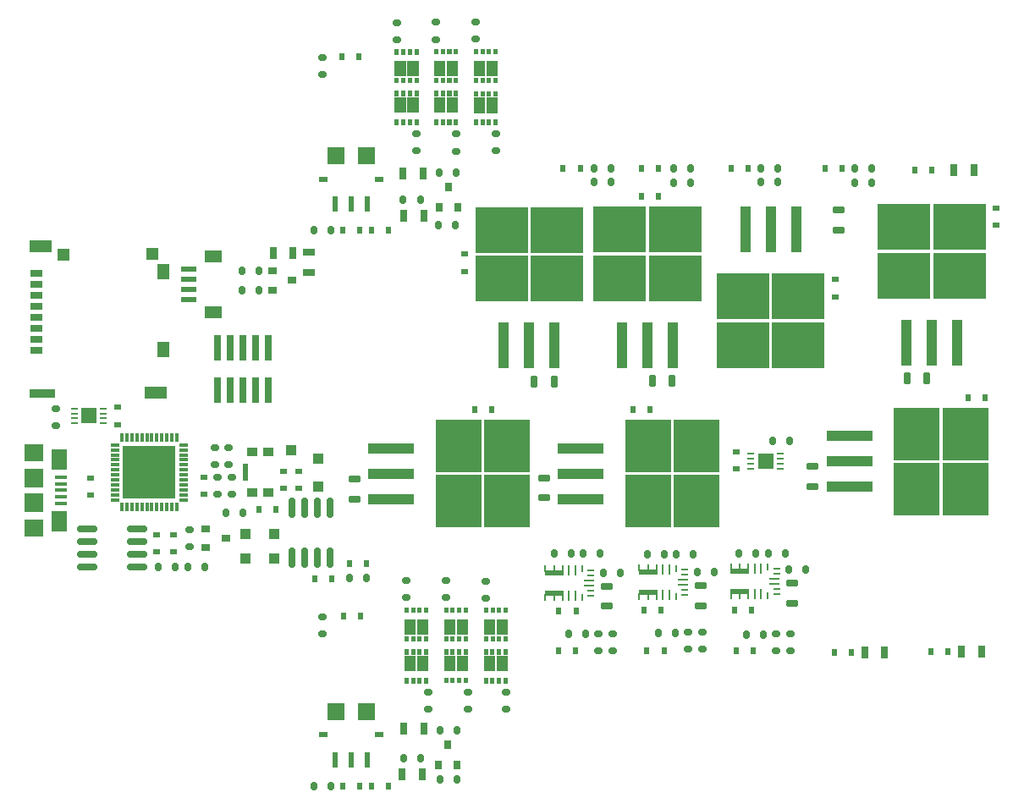
<source format=gbr>
%TF.GenerationSoftware,KiCad,Pcbnew,(6.0.10-0)*%
%TF.CreationDate,2023-03-03T19:39:16-08:00*%
%TF.ProjectId,1.0,312e302e-6b69-4636-9164-5f7063625858,rev?*%
%TF.SameCoordinates,Original*%
%TF.FileFunction,Paste,Top*%
%TF.FilePolarity,Positive*%
%FSLAX46Y46*%
G04 Gerber Fmt 4.6, Leading zero omitted, Abs format (unit mm)*
G04 Created by KiCad (PCBNEW (6.0.10-0)) date 2023-03-03 19:39:16*
%MOMM*%
%LPD*%
G01*
G04 APERTURE LIST*
G04 Aperture macros list*
%AMRoundRect*
0 Rectangle with rounded corners*
0 $1 Rounding radius*
0 $2 $3 $4 $5 $6 $7 $8 $9 X,Y pos of 4 corners*
0 Add a 4 corners polygon primitive as box body*
4,1,4,$2,$3,$4,$5,$6,$7,$8,$9,$2,$3,0*
0 Add four circle primitives for the rounded corners*
1,1,$1+$1,$2,$3*
1,1,$1+$1,$4,$5*
1,1,$1+$1,$6,$7*
1,1,$1+$1,$8,$9*
0 Add four rect primitives between the rounded corners*
20,1,$1+$1,$2,$3,$4,$5,0*
20,1,$1+$1,$4,$5,$6,$7,0*
20,1,$1+$1,$6,$7,$8,$9,0*
20,1,$1+$1,$8,$9,$2,$3,0*%
G04 Aperture macros list end*
%ADD10C,0.010000*%
%ADD11R,0.600000X0.800000*%
%ADD12RoundRect,0.150000X-0.250000X0.150000X-0.250000X-0.150000X0.250000X-0.150000X0.250000X0.150000X0*%
%ADD13R,0.800000X0.600000*%
%ADD14R,0.700000X1.200000*%
%ADD15R,1.100000X1.100000*%
%ADD16RoundRect,0.150000X0.150000X0.250000X-0.150000X0.250000X-0.150000X-0.250000X0.150000X-0.250000X0*%
%ADD17RoundRect,0.175000X0.425000X-0.175000X0.425000X0.175000X-0.425000X0.175000X-0.425000X-0.175000X0*%
%ADD18R,1.800000X1.200000*%
%ADD19R,1.550000X0.600000*%
%ADD20RoundRect,0.175000X-0.425000X0.175000X-0.425000X-0.175000X0.425000X-0.175000X0.425000X0.175000X0*%
%ADD21R,0.900000X0.800000*%
%ADD22R,1.100000X4.600000*%
%ADD23R,5.250000X4.550000*%
%ADD24R,0.500000X1.600000*%
%ADD25R,0.900000X0.600000*%
%ADD26R,1.800000X1.700000*%
%ADD27RoundRect,0.150000X-0.150000X-0.250000X0.150000X-0.250000X0.150000X0.250000X-0.150000X0.250000X0*%
%ADD28R,0.800000X0.900000*%
%ADD29RoundRect,0.150000X0.250000X-0.150000X0.250000X0.150000X-0.250000X0.150000X-0.250000X-0.150000X0*%
%ADD30RoundRect,0.175000X0.175000X0.425000X-0.175000X0.425000X-0.175000X-0.425000X0.175000X-0.425000X0*%
%ADD31R,0.760000X2.600000*%
%ADD32R,1.000000X0.900000*%
%ADD33R,0.550000X1.700000*%
%ADD34R,1.000000X1.000000*%
%ADD35R,0.850000X0.300000*%
%ADD36R,0.300000X0.850000*%
%ADD37R,5.250000X5.250000*%
%ADD38R,4.600000X1.100000*%
%ADD39R,4.550000X5.250000*%
%ADD40R,0.757199X0.254800*%
%ADD41R,1.600200X1.600200*%
%ADD42RoundRect,0.150000X0.825000X0.150000X-0.825000X0.150000X-0.825000X-0.150000X0.825000X-0.150000X0*%
%ADD43R,0.250000X0.800000*%
%ADD44R,0.250000X1.100000*%
%ADD45R,1.950000X0.600000*%
%ADD46R,0.250000X0.700000*%
%ADD47R,0.700000X0.250000*%
%ADD48R,1.100000X0.250000*%
%ADD49R,1.200000X0.700000*%
%ADD50R,2.200000X1.150000*%
%ADD51R,1.150000X1.500000*%
%ADD52R,2.500000X0.950000*%
%ADD53R,1.240000X0.800000*%
%ADD54R,1.250000X1.250000*%
%ADD55R,1.200000X1.200000*%
%ADD56R,1.900000X1.800000*%
%ADD57R,1.900000X1.900000*%
%ADD58R,1.600000X2.100000*%
%ADD59R,1.300000X0.400000*%
%ADD60RoundRect,0.150000X-0.150000X0.825000X-0.150000X-0.825000X0.150000X-0.825000X0.150000X0.825000X0*%
G04 APERTURE END LIST*
%TO.C,Q10*%
G36*
X188945000Y-111547500D02*
G01*
X188605000Y-111547500D01*
X188605000Y-111097500D01*
X188945000Y-111097500D01*
X188945000Y-111547500D01*
G37*
D10*
X188945000Y-111547500D02*
X188605000Y-111547500D01*
X188605000Y-111097500D01*
X188945000Y-111097500D01*
X188945000Y-111547500D01*
G36*
X189595000Y-108677500D02*
G01*
X189255000Y-108677500D01*
X189255000Y-108227500D01*
X189595000Y-108227500D01*
X189595000Y-108677500D01*
G37*
X189595000Y-108677500D02*
X189255000Y-108677500D01*
X189255000Y-108227500D01*
X189595000Y-108227500D01*
X189595000Y-108677500D01*
G36*
X188945000Y-108677500D02*
G01*
X188605000Y-108677500D01*
X188605000Y-108227500D01*
X188945000Y-108227500D01*
X188945000Y-108677500D01*
G37*
X188945000Y-108677500D02*
X188605000Y-108677500D01*
X188605000Y-108227500D01*
X188945000Y-108227500D01*
X188945000Y-108677500D01*
G36*
X189595000Y-111547500D02*
G01*
X189255000Y-111547500D01*
X189255000Y-111097500D01*
X189595000Y-111097500D01*
X189595000Y-111547500D01*
G37*
X189595000Y-111547500D02*
X189255000Y-111547500D01*
X189255000Y-111097500D01*
X189595000Y-111097500D01*
X189595000Y-111547500D01*
G36*
X189625000Y-110347500D02*
G01*
X188605000Y-110347500D01*
X188605000Y-108902500D01*
X189625000Y-108902500D01*
X189625000Y-110347500D01*
G37*
X189625000Y-110347500D02*
X188605000Y-110347500D01*
X188605000Y-108902500D01*
X189625000Y-108902500D01*
X189625000Y-110347500D01*
G36*
X190895000Y-111547500D02*
G01*
X190555000Y-111547500D01*
X190555000Y-111097500D01*
X190895000Y-111097500D01*
X190895000Y-111547500D01*
G37*
X190895000Y-111547500D02*
X190555000Y-111547500D01*
X190555000Y-111097500D01*
X190895000Y-111097500D01*
X190895000Y-111547500D01*
G36*
X190245000Y-111547500D02*
G01*
X189905000Y-111547500D01*
X189905000Y-111097500D01*
X190245000Y-111097500D01*
X190245000Y-111547500D01*
G37*
X190245000Y-111547500D02*
X189905000Y-111547500D01*
X189905000Y-111097500D01*
X190245000Y-111097500D01*
X190245000Y-111547500D01*
G36*
X190895000Y-110347500D02*
G01*
X189875000Y-110347500D01*
X189875000Y-108902500D01*
X190895000Y-108902500D01*
X190895000Y-110347500D01*
G37*
X190895000Y-110347500D02*
X189875000Y-110347500D01*
X189875000Y-108902500D01*
X190895000Y-108902500D01*
X190895000Y-110347500D01*
G36*
X190895000Y-108677500D02*
G01*
X190555000Y-108677500D01*
X190555000Y-108227500D01*
X190895000Y-108227500D01*
X190895000Y-108677500D01*
G37*
X190895000Y-108677500D02*
X190555000Y-108677500D01*
X190555000Y-108227500D01*
X190895000Y-108227500D01*
X190895000Y-108677500D01*
G36*
X190245000Y-108677500D02*
G01*
X189905000Y-108677500D01*
X189905000Y-108227500D01*
X190245000Y-108227500D01*
X190245000Y-108677500D01*
G37*
X190245000Y-108677500D02*
X189905000Y-108677500D01*
X189905000Y-108227500D01*
X190245000Y-108227500D01*
X190245000Y-108677500D01*
%TO.C,Q13*%
G36*
X198550000Y-162585000D02*
G01*
X197530000Y-162585000D01*
X197530000Y-161140000D01*
X198550000Y-161140000D01*
X198550000Y-162585000D01*
G37*
X198550000Y-162585000D02*
X197530000Y-162585000D01*
X197530000Y-161140000D01*
X198550000Y-161140000D01*
X198550000Y-162585000D01*
G36*
X199820000Y-163260000D02*
G01*
X199480000Y-163260000D01*
X199480000Y-162810000D01*
X199820000Y-162810000D01*
X199820000Y-163260000D01*
G37*
X199820000Y-163260000D02*
X199480000Y-163260000D01*
X199480000Y-162810000D01*
X199820000Y-162810000D01*
X199820000Y-163260000D01*
G36*
X199170000Y-163260000D02*
G01*
X198830000Y-163260000D01*
X198830000Y-162810000D01*
X199170000Y-162810000D01*
X199170000Y-163260000D01*
G37*
X199170000Y-163260000D02*
X198830000Y-163260000D01*
X198830000Y-162810000D01*
X199170000Y-162810000D01*
X199170000Y-163260000D01*
G36*
X197870000Y-160390000D02*
G01*
X197530000Y-160390000D01*
X197530000Y-159940000D01*
X197870000Y-159940000D01*
X197870000Y-160390000D01*
G37*
X197870000Y-160390000D02*
X197530000Y-160390000D01*
X197530000Y-159940000D01*
X197870000Y-159940000D01*
X197870000Y-160390000D01*
G36*
X199170000Y-160390000D02*
G01*
X198830000Y-160390000D01*
X198830000Y-159940000D01*
X199170000Y-159940000D01*
X199170000Y-160390000D01*
G37*
X199170000Y-160390000D02*
X198830000Y-160390000D01*
X198830000Y-159940000D01*
X199170000Y-159940000D01*
X199170000Y-160390000D01*
G36*
X198520000Y-163260000D02*
G01*
X198180000Y-163260000D01*
X198180000Y-162810000D01*
X198520000Y-162810000D01*
X198520000Y-163260000D01*
G37*
X198520000Y-163260000D02*
X198180000Y-163260000D01*
X198180000Y-162810000D01*
X198520000Y-162810000D01*
X198520000Y-163260000D01*
G36*
X199820000Y-160390000D02*
G01*
X199480000Y-160390000D01*
X199480000Y-159940000D01*
X199820000Y-159940000D01*
X199820000Y-160390000D01*
G37*
X199820000Y-160390000D02*
X199480000Y-160390000D01*
X199480000Y-159940000D01*
X199820000Y-159940000D01*
X199820000Y-160390000D01*
G36*
X198520000Y-160390000D02*
G01*
X198180000Y-160390000D01*
X198180000Y-159940000D01*
X198520000Y-159940000D01*
X198520000Y-160390000D01*
G37*
X198520000Y-160390000D02*
X198180000Y-160390000D01*
X198180000Y-159940000D01*
X198520000Y-159940000D01*
X198520000Y-160390000D01*
G36*
X199820000Y-162585000D02*
G01*
X198800000Y-162585000D01*
X198800000Y-161140000D01*
X199820000Y-161140000D01*
X199820000Y-162585000D01*
G37*
X199820000Y-162585000D02*
X198800000Y-162585000D01*
X198800000Y-161140000D01*
X199820000Y-161140000D01*
X199820000Y-162585000D01*
G36*
X197870000Y-163260000D02*
G01*
X197530000Y-163260000D01*
X197530000Y-162810000D01*
X197870000Y-162810000D01*
X197870000Y-163260000D01*
G37*
X197870000Y-163260000D02*
X197530000Y-163260000D01*
X197530000Y-162810000D01*
X197870000Y-162810000D01*
X197870000Y-163260000D01*
%TO.C,Q14*%
G36*
X198495000Y-164555000D02*
G01*
X198155000Y-164555000D01*
X198155000Y-164105000D01*
X198495000Y-164105000D01*
X198495000Y-164555000D01*
G37*
X198495000Y-164555000D02*
X198155000Y-164555000D01*
X198155000Y-164105000D01*
X198495000Y-164105000D01*
X198495000Y-164555000D01*
G36*
X199795000Y-166225000D02*
G01*
X198775000Y-166225000D01*
X198775000Y-164780000D01*
X199795000Y-164780000D01*
X199795000Y-166225000D01*
G37*
X199795000Y-166225000D02*
X198775000Y-166225000D01*
X198775000Y-164780000D01*
X199795000Y-164780000D01*
X199795000Y-166225000D01*
G36*
X197845000Y-164555000D02*
G01*
X197505000Y-164555000D01*
X197505000Y-164105000D01*
X197845000Y-164105000D01*
X197845000Y-164555000D01*
G37*
X197845000Y-164555000D02*
X197505000Y-164555000D01*
X197505000Y-164105000D01*
X197845000Y-164105000D01*
X197845000Y-164555000D01*
G36*
X199145000Y-167425000D02*
G01*
X198805000Y-167425000D01*
X198805000Y-166975000D01*
X199145000Y-166975000D01*
X199145000Y-167425000D01*
G37*
X199145000Y-167425000D02*
X198805000Y-167425000D01*
X198805000Y-166975000D01*
X199145000Y-166975000D01*
X199145000Y-167425000D01*
G36*
X199795000Y-167425000D02*
G01*
X199455000Y-167425000D01*
X199455000Y-166975000D01*
X199795000Y-166975000D01*
X199795000Y-167425000D01*
G37*
X199795000Y-167425000D02*
X199455000Y-167425000D01*
X199455000Y-166975000D01*
X199795000Y-166975000D01*
X199795000Y-167425000D01*
G36*
X199795000Y-164555000D02*
G01*
X199455000Y-164555000D01*
X199455000Y-164105000D01*
X199795000Y-164105000D01*
X199795000Y-164555000D01*
G37*
X199795000Y-164555000D02*
X199455000Y-164555000D01*
X199455000Y-164105000D01*
X199795000Y-164105000D01*
X199795000Y-164555000D01*
G36*
X198495000Y-167425000D02*
G01*
X198155000Y-167425000D01*
X198155000Y-166975000D01*
X198495000Y-166975000D01*
X198495000Y-167425000D01*
G37*
X198495000Y-167425000D02*
X198155000Y-167425000D01*
X198155000Y-166975000D01*
X198495000Y-166975000D01*
X198495000Y-167425000D01*
G36*
X199145000Y-164555000D02*
G01*
X198805000Y-164555000D01*
X198805000Y-164105000D01*
X199145000Y-164105000D01*
X199145000Y-164555000D01*
G37*
X199145000Y-164555000D02*
X198805000Y-164555000D01*
X198805000Y-164105000D01*
X199145000Y-164105000D01*
X199145000Y-164555000D01*
G36*
X197845000Y-167425000D02*
G01*
X197505000Y-167425000D01*
X197505000Y-166975000D01*
X197845000Y-166975000D01*
X197845000Y-167425000D01*
G37*
X197845000Y-167425000D02*
X197505000Y-167425000D01*
X197505000Y-166975000D01*
X197845000Y-166975000D01*
X197845000Y-167425000D01*
G36*
X198525000Y-166225000D02*
G01*
X197505000Y-166225000D01*
X197505000Y-164780000D01*
X198525000Y-164780000D01*
X198525000Y-166225000D01*
G37*
X198525000Y-166225000D02*
X197505000Y-166225000D01*
X197505000Y-164780000D01*
X198525000Y-164780000D01*
X198525000Y-166225000D01*
%TO.C,Q15*%
G36*
X198820000Y-108690000D02*
G01*
X198480000Y-108690000D01*
X198480000Y-108240000D01*
X198820000Y-108240000D01*
X198820000Y-108690000D01*
G37*
X198820000Y-108690000D02*
X198480000Y-108690000D01*
X198480000Y-108240000D01*
X198820000Y-108240000D01*
X198820000Y-108690000D01*
G36*
X196870000Y-108690000D02*
G01*
X196530000Y-108690000D01*
X196530000Y-108240000D01*
X196870000Y-108240000D01*
X196870000Y-108690000D01*
G37*
X196870000Y-108690000D02*
X196530000Y-108690000D01*
X196530000Y-108240000D01*
X196870000Y-108240000D01*
X196870000Y-108690000D01*
G36*
X197550000Y-110360000D02*
G01*
X196530000Y-110360000D01*
X196530000Y-108915000D01*
X197550000Y-108915000D01*
X197550000Y-110360000D01*
G37*
X197550000Y-110360000D02*
X196530000Y-110360000D01*
X196530000Y-108915000D01*
X197550000Y-108915000D01*
X197550000Y-110360000D01*
G36*
X196870000Y-111560000D02*
G01*
X196530000Y-111560000D01*
X196530000Y-111110000D01*
X196870000Y-111110000D01*
X196870000Y-111560000D01*
G37*
X196870000Y-111560000D02*
X196530000Y-111560000D01*
X196530000Y-111110000D01*
X196870000Y-111110000D01*
X196870000Y-111560000D01*
G36*
X198170000Y-111560000D02*
G01*
X197830000Y-111560000D01*
X197830000Y-111110000D01*
X198170000Y-111110000D01*
X198170000Y-111560000D01*
G37*
X198170000Y-111560000D02*
X197830000Y-111560000D01*
X197830000Y-111110000D01*
X198170000Y-111110000D01*
X198170000Y-111560000D01*
G36*
X198820000Y-111560000D02*
G01*
X198480000Y-111560000D01*
X198480000Y-111110000D01*
X198820000Y-111110000D01*
X198820000Y-111560000D01*
G37*
X198820000Y-111560000D02*
X198480000Y-111560000D01*
X198480000Y-111110000D01*
X198820000Y-111110000D01*
X198820000Y-111560000D01*
G36*
X197520000Y-111560000D02*
G01*
X197180000Y-111560000D01*
X197180000Y-111110000D01*
X197520000Y-111110000D01*
X197520000Y-111560000D01*
G37*
X197520000Y-111560000D02*
X197180000Y-111560000D01*
X197180000Y-111110000D01*
X197520000Y-111110000D01*
X197520000Y-111560000D01*
G36*
X197520000Y-108690000D02*
G01*
X197180000Y-108690000D01*
X197180000Y-108240000D01*
X197520000Y-108240000D01*
X197520000Y-108690000D01*
G37*
X197520000Y-108690000D02*
X197180000Y-108690000D01*
X197180000Y-108240000D01*
X197520000Y-108240000D01*
X197520000Y-108690000D01*
G36*
X198170000Y-108690000D02*
G01*
X197830000Y-108690000D01*
X197830000Y-108240000D01*
X198170000Y-108240000D01*
X198170000Y-108690000D01*
G37*
X198170000Y-108690000D02*
X197830000Y-108690000D01*
X197830000Y-108240000D01*
X198170000Y-108240000D01*
X198170000Y-108690000D01*
G36*
X198820000Y-110360000D02*
G01*
X197800000Y-110360000D01*
X197800000Y-108915000D01*
X198820000Y-108915000D01*
X198820000Y-110360000D01*
G37*
X198820000Y-110360000D02*
X197800000Y-110360000D01*
X197800000Y-108915000D01*
X198820000Y-108915000D01*
X198820000Y-110360000D01*
%TO.C,Q12*%
G36*
X193545000Y-107372500D02*
G01*
X193205000Y-107372500D01*
X193205000Y-106922500D01*
X193545000Y-106922500D01*
X193545000Y-107372500D01*
G37*
X193545000Y-107372500D02*
X193205000Y-107372500D01*
X193205000Y-106922500D01*
X193545000Y-106922500D01*
X193545000Y-107372500D01*
G36*
X194195000Y-107372500D02*
G01*
X193855000Y-107372500D01*
X193855000Y-106922500D01*
X194195000Y-106922500D01*
X194195000Y-107372500D01*
G37*
X194195000Y-107372500D02*
X193855000Y-107372500D01*
X193855000Y-106922500D01*
X194195000Y-106922500D01*
X194195000Y-107372500D01*
G36*
X194845000Y-106697500D02*
G01*
X193825000Y-106697500D01*
X193825000Y-105252500D01*
X194845000Y-105252500D01*
X194845000Y-106697500D01*
G37*
X194845000Y-106697500D02*
X193825000Y-106697500D01*
X193825000Y-105252500D01*
X194845000Y-105252500D01*
X194845000Y-106697500D01*
G36*
X194845000Y-104502500D02*
G01*
X194505000Y-104502500D01*
X194505000Y-104052500D01*
X194845000Y-104052500D01*
X194845000Y-104502500D01*
G37*
X194845000Y-104502500D02*
X194505000Y-104502500D01*
X194505000Y-104052500D01*
X194845000Y-104052500D01*
X194845000Y-104502500D01*
G36*
X193545000Y-104502500D02*
G01*
X193205000Y-104502500D01*
X193205000Y-104052500D01*
X193545000Y-104052500D01*
X193545000Y-104502500D01*
G37*
X193545000Y-104502500D02*
X193205000Y-104502500D01*
X193205000Y-104052500D01*
X193545000Y-104052500D01*
X193545000Y-104502500D01*
G36*
X192895000Y-107372500D02*
G01*
X192555000Y-107372500D01*
X192555000Y-106922500D01*
X192895000Y-106922500D01*
X192895000Y-107372500D01*
G37*
X192895000Y-107372500D02*
X192555000Y-107372500D01*
X192555000Y-106922500D01*
X192895000Y-106922500D01*
X192895000Y-107372500D01*
G36*
X194845000Y-107372500D02*
G01*
X194505000Y-107372500D01*
X194505000Y-106922500D01*
X194845000Y-106922500D01*
X194845000Y-107372500D01*
G37*
X194845000Y-107372500D02*
X194505000Y-107372500D01*
X194505000Y-106922500D01*
X194845000Y-106922500D01*
X194845000Y-107372500D01*
G36*
X193575000Y-106697500D02*
G01*
X192555000Y-106697500D01*
X192555000Y-105252500D01*
X193575000Y-105252500D01*
X193575000Y-106697500D01*
G37*
X193575000Y-106697500D02*
X192555000Y-106697500D01*
X192555000Y-105252500D01*
X193575000Y-105252500D01*
X193575000Y-106697500D01*
G36*
X194195000Y-104502500D02*
G01*
X193855000Y-104502500D01*
X193855000Y-104052500D01*
X194195000Y-104052500D01*
X194195000Y-104502500D01*
G37*
X194195000Y-104502500D02*
X193855000Y-104502500D01*
X193855000Y-104052500D01*
X194195000Y-104052500D01*
X194195000Y-104502500D01*
G36*
X192895000Y-104502500D02*
G01*
X192555000Y-104502500D01*
X192555000Y-104052500D01*
X192895000Y-104052500D01*
X192895000Y-104502500D01*
G37*
X192895000Y-104502500D02*
X192555000Y-104502500D01*
X192555000Y-104052500D01*
X192895000Y-104052500D01*
X192895000Y-104502500D01*
%TO.C,Q3*%
G36*
X195170000Y-163247500D02*
G01*
X194830000Y-163247500D01*
X194830000Y-162797500D01*
X195170000Y-162797500D01*
X195170000Y-163247500D01*
G37*
X195170000Y-163247500D02*
X194830000Y-163247500D01*
X194830000Y-162797500D01*
X195170000Y-162797500D01*
X195170000Y-163247500D01*
G36*
X195170000Y-160377500D02*
G01*
X194830000Y-160377500D01*
X194830000Y-159927500D01*
X195170000Y-159927500D01*
X195170000Y-160377500D01*
G37*
X195170000Y-160377500D02*
X194830000Y-160377500D01*
X194830000Y-159927500D01*
X195170000Y-159927500D01*
X195170000Y-160377500D01*
G36*
X194520000Y-160377500D02*
G01*
X194180000Y-160377500D01*
X194180000Y-159927500D01*
X194520000Y-159927500D01*
X194520000Y-160377500D01*
G37*
X194520000Y-160377500D02*
X194180000Y-160377500D01*
X194180000Y-159927500D01*
X194520000Y-159927500D01*
X194520000Y-160377500D01*
G36*
X193870000Y-163247500D02*
G01*
X193530000Y-163247500D01*
X193530000Y-162797500D01*
X193870000Y-162797500D01*
X193870000Y-163247500D01*
G37*
X193870000Y-163247500D02*
X193530000Y-163247500D01*
X193530000Y-162797500D01*
X193870000Y-162797500D01*
X193870000Y-163247500D01*
G36*
X195820000Y-162572500D02*
G01*
X194800000Y-162572500D01*
X194800000Y-161127500D01*
X195820000Y-161127500D01*
X195820000Y-162572500D01*
G37*
X195820000Y-162572500D02*
X194800000Y-162572500D01*
X194800000Y-161127500D01*
X195820000Y-161127500D01*
X195820000Y-162572500D01*
G36*
X194550000Y-162572500D02*
G01*
X193530000Y-162572500D01*
X193530000Y-161127500D01*
X194550000Y-161127500D01*
X194550000Y-162572500D01*
G37*
X194550000Y-162572500D02*
X193530000Y-162572500D01*
X193530000Y-161127500D01*
X194550000Y-161127500D01*
X194550000Y-162572500D01*
G36*
X193870000Y-160377500D02*
G01*
X193530000Y-160377500D01*
X193530000Y-159927500D01*
X193870000Y-159927500D01*
X193870000Y-160377500D01*
G37*
X193870000Y-160377500D02*
X193530000Y-160377500D01*
X193530000Y-159927500D01*
X193870000Y-159927500D01*
X193870000Y-160377500D01*
G36*
X194520000Y-163247500D02*
G01*
X194180000Y-163247500D01*
X194180000Y-162797500D01*
X194520000Y-162797500D01*
X194520000Y-163247500D01*
G37*
X194520000Y-163247500D02*
X194180000Y-163247500D01*
X194180000Y-162797500D01*
X194520000Y-162797500D01*
X194520000Y-163247500D01*
G36*
X195820000Y-163247500D02*
G01*
X195480000Y-163247500D01*
X195480000Y-162797500D01*
X195820000Y-162797500D01*
X195820000Y-163247500D01*
G37*
X195820000Y-163247500D02*
X195480000Y-163247500D01*
X195480000Y-162797500D01*
X195820000Y-162797500D01*
X195820000Y-163247500D01*
G36*
X195820000Y-160377500D02*
G01*
X195480000Y-160377500D01*
X195480000Y-159927500D01*
X195820000Y-159927500D01*
X195820000Y-160377500D01*
G37*
X195820000Y-160377500D02*
X195480000Y-160377500D01*
X195480000Y-159927500D01*
X195820000Y-159927500D01*
X195820000Y-160377500D01*
%TO.C,Q4*%
G36*
X191870000Y-162572500D02*
G01*
X190850000Y-162572500D01*
X190850000Y-161127500D01*
X191870000Y-161127500D01*
X191870000Y-162572500D01*
G37*
X191870000Y-162572500D02*
X190850000Y-162572500D01*
X190850000Y-161127500D01*
X191870000Y-161127500D01*
X191870000Y-162572500D01*
G36*
X190570000Y-163247500D02*
G01*
X190230000Y-163247500D01*
X190230000Y-162797500D01*
X190570000Y-162797500D01*
X190570000Y-163247500D01*
G37*
X190570000Y-163247500D02*
X190230000Y-163247500D01*
X190230000Y-162797500D01*
X190570000Y-162797500D01*
X190570000Y-163247500D01*
G36*
X190600000Y-162572500D02*
G01*
X189580000Y-162572500D01*
X189580000Y-161127500D01*
X190600000Y-161127500D01*
X190600000Y-162572500D01*
G37*
X190600000Y-162572500D02*
X189580000Y-162572500D01*
X189580000Y-161127500D01*
X190600000Y-161127500D01*
X190600000Y-162572500D01*
G36*
X191870000Y-160377500D02*
G01*
X191530000Y-160377500D01*
X191530000Y-159927500D01*
X191870000Y-159927500D01*
X191870000Y-160377500D01*
G37*
X191870000Y-160377500D02*
X191530000Y-160377500D01*
X191530000Y-159927500D01*
X191870000Y-159927500D01*
X191870000Y-160377500D01*
G36*
X191870000Y-163247500D02*
G01*
X191530000Y-163247500D01*
X191530000Y-162797500D01*
X191870000Y-162797500D01*
X191870000Y-163247500D01*
G37*
X191870000Y-163247500D02*
X191530000Y-163247500D01*
X191530000Y-162797500D01*
X191870000Y-162797500D01*
X191870000Y-163247500D01*
G36*
X191220000Y-163247500D02*
G01*
X190880000Y-163247500D01*
X190880000Y-162797500D01*
X191220000Y-162797500D01*
X191220000Y-163247500D01*
G37*
X191220000Y-163247500D02*
X190880000Y-163247500D01*
X190880000Y-162797500D01*
X191220000Y-162797500D01*
X191220000Y-163247500D01*
G36*
X189920000Y-160377500D02*
G01*
X189580000Y-160377500D01*
X189580000Y-159927500D01*
X189920000Y-159927500D01*
X189920000Y-160377500D01*
G37*
X189920000Y-160377500D02*
X189580000Y-160377500D01*
X189580000Y-159927500D01*
X189920000Y-159927500D01*
X189920000Y-160377500D01*
G36*
X191220000Y-160377500D02*
G01*
X190880000Y-160377500D01*
X190880000Y-159927500D01*
X191220000Y-159927500D01*
X191220000Y-160377500D01*
G37*
X191220000Y-160377500D02*
X190880000Y-160377500D01*
X190880000Y-159927500D01*
X191220000Y-159927500D01*
X191220000Y-160377500D01*
G36*
X189920000Y-163247500D02*
G01*
X189580000Y-163247500D01*
X189580000Y-162797500D01*
X189920000Y-162797500D01*
X189920000Y-163247500D01*
G37*
X189920000Y-163247500D02*
X189580000Y-163247500D01*
X189580000Y-162797500D01*
X189920000Y-162797500D01*
X189920000Y-163247500D01*
G36*
X190570000Y-160377500D02*
G01*
X190230000Y-160377500D01*
X190230000Y-159927500D01*
X190570000Y-159927500D01*
X190570000Y-160377500D01*
G37*
X190570000Y-160377500D02*
X190230000Y-160377500D01*
X190230000Y-159927500D01*
X190570000Y-159927500D01*
X190570000Y-160377500D01*
%TO.C,Q6*%
G36*
X195170000Y-167412500D02*
G01*
X194830000Y-167412500D01*
X194830000Y-166962500D01*
X195170000Y-166962500D01*
X195170000Y-167412500D01*
G37*
X195170000Y-167412500D02*
X194830000Y-167412500D01*
X194830000Y-166962500D01*
X195170000Y-166962500D01*
X195170000Y-167412500D01*
G36*
X195170000Y-164542500D02*
G01*
X194830000Y-164542500D01*
X194830000Y-164092500D01*
X195170000Y-164092500D01*
X195170000Y-164542500D01*
G37*
X195170000Y-164542500D02*
X194830000Y-164542500D01*
X194830000Y-164092500D01*
X195170000Y-164092500D01*
X195170000Y-164542500D01*
G36*
X193870000Y-164542500D02*
G01*
X193530000Y-164542500D01*
X193530000Y-164092500D01*
X193870000Y-164092500D01*
X193870000Y-164542500D01*
G37*
X193870000Y-164542500D02*
X193530000Y-164542500D01*
X193530000Y-164092500D01*
X193870000Y-164092500D01*
X193870000Y-164542500D01*
G36*
X195820000Y-164542500D02*
G01*
X195480000Y-164542500D01*
X195480000Y-164092500D01*
X195820000Y-164092500D01*
X195820000Y-164542500D01*
G37*
X195820000Y-164542500D02*
X195480000Y-164542500D01*
X195480000Y-164092500D01*
X195820000Y-164092500D01*
X195820000Y-164542500D01*
G36*
X194520000Y-164542500D02*
G01*
X194180000Y-164542500D01*
X194180000Y-164092500D01*
X194520000Y-164092500D01*
X194520000Y-164542500D01*
G37*
X194520000Y-164542500D02*
X194180000Y-164542500D01*
X194180000Y-164092500D01*
X194520000Y-164092500D01*
X194520000Y-164542500D01*
G36*
X195820000Y-167412500D02*
G01*
X195480000Y-167412500D01*
X195480000Y-166962500D01*
X195820000Y-166962500D01*
X195820000Y-167412500D01*
G37*
X195820000Y-167412500D02*
X195480000Y-167412500D01*
X195480000Y-166962500D01*
X195820000Y-166962500D01*
X195820000Y-167412500D01*
G36*
X194520000Y-167412500D02*
G01*
X194180000Y-167412500D01*
X194180000Y-166962500D01*
X194520000Y-166962500D01*
X194520000Y-167412500D01*
G37*
X194520000Y-167412500D02*
X194180000Y-167412500D01*
X194180000Y-166962500D01*
X194520000Y-166962500D01*
X194520000Y-167412500D01*
G36*
X194550000Y-166212500D02*
G01*
X193530000Y-166212500D01*
X193530000Y-164767500D01*
X194550000Y-164767500D01*
X194550000Y-166212500D01*
G37*
X194550000Y-166212500D02*
X193530000Y-166212500D01*
X193530000Y-164767500D01*
X194550000Y-164767500D01*
X194550000Y-166212500D01*
G36*
X195820000Y-166212500D02*
G01*
X194800000Y-166212500D01*
X194800000Y-164767500D01*
X195820000Y-164767500D01*
X195820000Y-166212500D01*
G37*
X195820000Y-166212500D02*
X194800000Y-166212500D01*
X194800000Y-164767500D01*
X195820000Y-164767500D01*
X195820000Y-166212500D01*
G36*
X193870000Y-167412500D02*
G01*
X193530000Y-167412500D01*
X193530000Y-166962500D01*
X193870000Y-166962500D01*
X193870000Y-167412500D01*
G37*
X193870000Y-167412500D02*
X193530000Y-167412500D01*
X193530000Y-166962500D01*
X193870000Y-166962500D01*
X193870000Y-167412500D01*
%TO.C,Q16*%
G36*
X198820000Y-106697500D02*
G01*
X197800000Y-106697500D01*
X197800000Y-105252500D01*
X198820000Y-105252500D01*
X198820000Y-106697500D01*
G37*
X198820000Y-106697500D02*
X197800000Y-106697500D01*
X197800000Y-105252500D01*
X198820000Y-105252500D01*
X198820000Y-106697500D01*
G36*
X196870000Y-104502500D02*
G01*
X196530000Y-104502500D01*
X196530000Y-104052500D01*
X196870000Y-104052500D01*
X196870000Y-104502500D01*
G37*
X196870000Y-104502500D02*
X196530000Y-104502500D01*
X196530000Y-104052500D01*
X196870000Y-104052500D01*
X196870000Y-104502500D01*
G36*
X197520000Y-104502500D02*
G01*
X197180000Y-104502500D01*
X197180000Y-104052500D01*
X197520000Y-104052500D01*
X197520000Y-104502500D01*
G37*
X197520000Y-104502500D02*
X197180000Y-104502500D01*
X197180000Y-104052500D01*
X197520000Y-104052500D01*
X197520000Y-104502500D01*
G36*
X197550000Y-106697500D02*
G01*
X196530000Y-106697500D01*
X196530000Y-105252500D01*
X197550000Y-105252500D01*
X197550000Y-106697500D01*
G37*
X197550000Y-106697500D02*
X196530000Y-106697500D01*
X196530000Y-105252500D01*
X197550000Y-105252500D01*
X197550000Y-106697500D01*
G36*
X198170000Y-104502500D02*
G01*
X197830000Y-104502500D01*
X197830000Y-104052500D01*
X198170000Y-104052500D01*
X198170000Y-104502500D01*
G37*
X198170000Y-104502500D02*
X197830000Y-104502500D01*
X197830000Y-104052500D01*
X198170000Y-104052500D01*
X198170000Y-104502500D01*
G36*
X197520000Y-107372500D02*
G01*
X197180000Y-107372500D01*
X197180000Y-106922500D01*
X197520000Y-106922500D01*
X197520000Y-107372500D01*
G37*
X197520000Y-107372500D02*
X197180000Y-107372500D01*
X197180000Y-106922500D01*
X197520000Y-106922500D01*
X197520000Y-107372500D01*
G36*
X196870000Y-107372500D02*
G01*
X196530000Y-107372500D01*
X196530000Y-106922500D01*
X196870000Y-106922500D01*
X196870000Y-107372500D01*
G37*
X196870000Y-107372500D02*
X196530000Y-107372500D01*
X196530000Y-106922500D01*
X196870000Y-106922500D01*
X196870000Y-107372500D01*
G36*
X198170000Y-107372500D02*
G01*
X197830000Y-107372500D01*
X197830000Y-106922500D01*
X198170000Y-106922500D01*
X198170000Y-107372500D01*
G37*
X198170000Y-107372500D02*
X197830000Y-107372500D01*
X197830000Y-106922500D01*
X198170000Y-106922500D01*
X198170000Y-107372500D01*
G36*
X198820000Y-104502500D02*
G01*
X198480000Y-104502500D01*
X198480000Y-104052500D01*
X198820000Y-104052500D01*
X198820000Y-104502500D01*
G37*
X198820000Y-104502500D02*
X198480000Y-104502500D01*
X198480000Y-104052500D01*
X198820000Y-104052500D01*
X198820000Y-104502500D01*
G36*
X198820000Y-107372500D02*
G01*
X198480000Y-107372500D01*
X198480000Y-106922500D01*
X198820000Y-106922500D01*
X198820000Y-107372500D01*
G37*
X198820000Y-107372500D02*
X198480000Y-107372500D01*
X198480000Y-106922500D01*
X198820000Y-106922500D01*
X198820000Y-107372500D01*
%TO.C,Q9*%
G36*
X194845000Y-111547500D02*
G01*
X194505000Y-111547500D01*
X194505000Y-111097500D01*
X194845000Y-111097500D01*
X194845000Y-111547500D01*
G37*
X194845000Y-111547500D02*
X194505000Y-111547500D01*
X194505000Y-111097500D01*
X194845000Y-111097500D01*
X194845000Y-111547500D01*
G36*
X193575000Y-110347500D02*
G01*
X192555000Y-110347500D01*
X192555000Y-108902500D01*
X193575000Y-108902500D01*
X193575000Y-110347500D01*
G37*
X193575000Y-110347500D02*
X192555000Y-110347500D01*
X192555000Y-108902500D01*
X193575000Y-108902500D01*
X193575000Y-110347500D01*
G36*
X192895000Y-108677500D02*
G01*
X192555000Y-108677500D01*
X192555000Y-108227500D01*
X192895000Y-108227500D01*
X192895000Y-108677500D01*
G37*
X192895000Y-108677500D02*
X192555000Y-108677500D01*
X192555000Y-108227500D01*
X192895000Y-108227500D01*
X192895000Y-108677500D01*
G36*
X194195000Y-108677500D02*
G01*
X193855000Y-108677500D01*
X193855000Y-108227500D01*
X194195000Y-108227500D01*
X194195000Y-108677500D01*
G37*
X194195000Y-108677500D02*
X193855000Y-108677500D01*
X193855000Y-108227500D01*
X194195000Y-108227500D01*
X194195000Y-108677500D01*
G36*
X193545000Y-108677500D02*
G01*
X193205000Y-108677500D01*
X193205000Y-108227500D01*
X193545000Y-108227500D01*
X193545000Y-108677500D01*
G37*
X193545000Y-108677500D02*
X193205000Y-108677500D01*
X193205000Y-108227500D01*
X193545000Y-108227500D01*
X193545000Y-108677500D01*
G36*
X194195000Y-111547500D02*
G01*
X193855000Y-111547500D01*
X193855000Y-111097500D01*
X194195000Y-111097500D01*
X194195000Y-111547500D01*
G37*
X194195000Y-111547500D02*
X193855000Y-111547500D01*
X193855000Y-111097500D01*
X194195000Y-111097500D01*
X194195000Y-111547500D01*
G36*
X192895000Y-111547500D02*
G01*
X192555000Y-111547500D01*
X192555000Y-111097500D01*
X192895000Y-111097500D01*
X192895000Y-111547500D01*
G37*
X192895000Y-111547500D02*
X192555000Y-111547500D01*
X192555000Y-111097500D01*
X192895000Y-111097500D01*
X192895000Y-111547500D01*
G36*
X194845000Y-108677500D02*
G01*
X194505000Y-108677500D01*
X194505000Y-108227500D01*
X194845000Y-108227500D01*
X194845000Y-108677500D01*
G37*
X194845000Y-108677500D02*
X194505000Y-108677500D01*
X194505000Y-108227500D01*
X194845000Y-108227500D01*
X194845000Y-108677500D01*
G36*
X194845000Y-110347500D02*
G01*
X193825000Y-110347500D01*
X193825000Y-108902500D01*
X194845000Y-108902500D01*
X194845000Y-110347500D01*
G37*
X194845000Y-110347500D02*
X193825000Y-110347500D01*
X193825000Y-108902500D01*
X194845000Y-108902500D01*
X194845000Y-110347500D01*
G36*
X193545000Y-111547500D02*
G01*
X193205000Y-111547500D01*
X193205000Y-111097500D01*
X193545000Y-111097500D01*
X193545000Y-111547500D01*
G37*
X193545000Y-111547500D02*
X193205000Y-111547500D01*
X193205000Y-111097500D01*
X193545000Y-111097500D01*
X193545000Y-111547500D01*
%TO.C,Q11*%
G36*
X188945000Y-107385000D02*
G01*
X188605000Y-107385000D01*
X188605000Y-106935000D01*
X188945000Y-106935000D01*
X188945000Y-107385000D01*
G37*
X188945000Y-107385000D02*
X188605000Y-107385000D01*
X188605000Y-106935000D01*
X188945000Y-106935000D01*
X188945000Y-107385000D01*
G36*
X190245000Y-107385000D02*
G01*
X189905000Y-107385000D01*
X189905000Y-106935000D01*
X190245000Y-106935000D01*
X190245000Y-107385000D01*
G37*
X190245000Y-107385000D02*
X189905000Y-107385000D01*
X189905000Y-106935000D01*
X190245000Y-106935000D01*
X190245000Y-107385000D01*
G36*
X189595000Y-104515000D02*
G01*
X189255000Y-104515000D01*
X189255000Y-104065000D01*
X189595000Y-104065000D01*
X189595000Y-104515000D01*
G37*
X189595000Y-104515000D02*
X189255000Y-104515000D01*
X189255000Y-104065000D01*
X189595000Y-104065000D01*
X189595000Y-104515000D01*
G36*
X189625000Y-106710000D02*
G01*
X188605000Y-106710000D01*
X188605000Y-105265000D01*
X189625000Y-105265000D01*
X189625000Y-106710000D01*
G37*
X189625000Y-106710000D02*
X188605000Y-106710000D01*
X188605000Y-105265000D01*
X189625000Y-105265000D01*
X189625000Y-106710000D01*
G36*
X189595000Y-107385000D02*
G01*
X189255000Y-107385000D01*
X189255000Y-106935000D01*
X189595000Y-106935000D01*
X189595000Y-107385000D01*
G37*
X189595000Y-107385000D02*
X189255000Y-107385000D01*
X189255000Y-106935000D01*
X189595000Y-106935000D01*
X189595000Y-107385000D01*
G36*
X190895000Y-107385000D02*
G01*
X190555000Y-107385000D01*
X190555000Y-106935000D01*
X190895000Y-106935000D01*
X190895000Y-107385000D01*
G37*
X190895000Y-107385000D02*
X190555000Y-107385000D01*
X190555000Y-106935000D01*
X190895000Y-106935000D01*
X190895000Y-107385000D01*
G36*
X190245000Y-104515000D02*
G01*
X189905000Y-104515000D01*
X189905000Y-104065000D01*
X190245000Y-104065000D01*
X190245000Y-104515000D01*
G37*
X190245000Y-104515000D02*
X189905000Y-104515000D01*
X189905000Y-104065000D01*
X190245000Y-104065000D01*
X190245000Y-104515000D01*
G36*
X190895000Y-104515000D02*
G01*
X190555000Y-104515000D01*
X190555000Y-104065000D01*
X190895000Y-104065000D01*
X190895000Y-104515000D01*
G37*
X190895000Y-104515000D02*
X190555000Y-104515000D01*
X190555000Y-104065000D01*
X190895000Y-104065000D01*
X190895000Y-104515000D01*
G36*
X190895000Y-106710000D02*
G01*
X189875000Y-106710000D01*
X189875000Y-105265000D01*
X190895000Y-105265000D01*
X190895000Y-106710000D01*
G37*
X190895000Y-106710000D02*
X189875000Y-106710000D01*
X189875000Y-105265000D01*
X190895000Y-105265000D01*
X190895000Y-106710000D01*
G36*
X188945000Y-104515000D02*
G01*
X188605000Y-104515000D01*
X188605000Y-104065000D01*
X188945000Y-104065000D01*
X188945000Y-104515000D01*
G37*
X188945000Y-104515000D02*
X188605000Y-104515000D01*
X188605000Y-104065000D01*
X188945000Y-104065000D01*
X188945000Y-104515000D01*
%TO.C,Q5*%
G36*
X189920000Y-167425000D02*
G01*
X189580000Y-167425000D01*
X189580000Y-166975000D01*
X189920000Y-166975000D01*
X189920000Y-167425000D01*
G37*
X189920000Y-167425000D02*
X189580000Y-167425000D01*
X189580000Y-166975000D01*
X189920000Y-166975000D01*
X189920000Y-167425000D01*
G36*
X191870000Y-166225000D02*
G01*
X190850000Y-166225000D01*
X190850000Y-164780000D01*
X191870000Y-164780000D01*
X191870000Y-166225000D01*
G37*
X191870000Y-166225000D02*
X190850000Y-166225000D01*
X190850000Y-164780000D01*
X191870000Y-164780000D01*
X191870000Y-166225000D01*
G36*
X191220000Y-167425000D02*
G01*
X190880000Y-167425000D01*
X190880000Y-166975000D01*
X191220000Y-166975000D01*
X191220000Y-167425000D01*
G37*
X191220000Y-167425000D02*
X190880000Y-167425000D01*
X190880000Y-166975000D01*
X191220000Y-166975000D01*
X191220000Y-167425000D01*
G36*
X190570000Y-167425000D02*
G01*
X190230000Y-167425000D01*
X190230000Y-166975000D01*
X190570000Y-166975000D01*
X190570000Y-167425000D01*
G37*
X190570000Y-167425000D02*
X190230000Y-167425000D01*
X190230000Y-166975000D01*
X190570000Y-166975000D01*
X190570000Y-167425000D01*
G36*
X191870000Y-167425000D02*
G01*
X191530000Y-167425000D01*
X191530000Y-166975000D01*
X191870000Y-166975000D01*
X191870000Y-167425000D01*
G37*
X191870000Y-167425000D02*
X191530000Y-167425000D01*
X191530000Y-166975000D01*
X191870000Y-166975000D01*
X191870000Y-167425000D01*
G36*
X189920000Y-164555000D02*
G01*
X189580000Y-164555000D01*
X189580000Y-164105000D01*
X189920000Y-164105000D01*
X189920000Y-164555000D01*
G37*
X189920000Y-164555000D02*
X189580000Y-164555000D01*
X189580000Y-164105000D01*
X189920000Y-164105000D01*
X189920000Y-164555000D01*
G36*
X190600000Y-166225000D02*
G01*
X189580000Y-166225000D01*
X189580000Y-164780000D01*
X190600000Y-164780000D01*
X190600000Y-166225000D01*
G37*
X190600000Y-166225000D02*
X189580000Y-166225000D01*
X189580000Y-164780000D01*
X190600000Y-164780000D01*
X190600000Y-166225000D01*
G36*
X191220000Y-164555000D02*
G01*
X190880000Y-164555000D01*
X190880000Y-164105000D01*
X191220000Y-164105000D01*
X191220000Y-164555000D01*
G37*
X191220000Y-164555000D02*
X190880000Y-164555000D01*
X190880000Y-164105000D01*
X191220000Y-164105000D01*
X191220000Y-164555000D01*
G36*
X190570000Y-164555000D02*
G01*
X190230000Y-164555000D01*
X190230000Y-164105000D01*
X190570000Y-164105000D01*
X190570000Y-164555000D01*
G37*
X190570000Y-164555000D02*
X190230000Y-164555000D01*
X190230000Y-164105000D01*
X190570000Y-164105000D01*
X190570000Y-164555000D01*
G36*
X191870000Y-164555000D02*
G01*
X191530000Y-164555000D01*
X191530000Y-164105000D01*
X191870000Y-164105000D01*
X191870000Y-164555000D01*
G37*
X191870000Y-164555000D02*
X191530000Y-164555000D01*
X191530000Y-164105000D01*
X191870000Y-164105000D01*
X191870000Y-164555000D01*
%TD*%
D11*
%TO.C,C22*%
X198275000Y-140107500D03*
X196575000Y-140107500D03*
%TD*%
D12*
%TO.C,R18*%
X170850000Y-146900000D03*
X170850000Y-148600000D03*
%TD*%
D13*
%TO.C,C29*%
X222790000Y-144375000D03*
X222790000Y-146075000D03*
%TD*%
D11*
%TO.C,D16*%
X232575000Y-164425000D03*
X234275000Y-164425000D03*
%TD*%
%TO.C,D15*%
X240600000Y-116125000D03*
X242300000Y-116125000D03*
%TD*%
D14*
%TO.C,R51*%
X176425000Y-124450000D03*
X178425000Y-124450000D03*
%TD*%
D15*
%TO.C,D2*%
X176500000Y-155000000D03*
X173700000Y-155000000D03*
%TD*%
D16*
%TO.C,R1*%
X166650000Y-155850000D03*
X164950000Y-155850000D03*
%TD*%
%TO.C,R45*%
X210250000Y-115973750D03*
X208550000Y-115973750D03*
%TD*%
D11*
%TO.C,C20*%
X213250000Y-118805000D03*
X214950000Y-118805000D03*
%TD*%
D14*
%TO.C,R25*%
X191500000Y-120725000D03*
X189500000Y-120725000D03*
%TD*%
D11*
%TO.C,C14*%
X222630000Y-160155000D03*
X224330000Y-160155000D03*
%TD*%
D16*
%TO.C,R66*%
X236340000Y-117410000D03*
X234640000Y-117410000D03*
%TD*%
D13*
%TO.C,C32*%
X158200000Y-148650000D03*
X158200000Y-146950000D03*
%TD*%
D17*
%TO.C,C37*%
X203510000Y-148960000D03*
X203510000Y-146960000D03*
%TD*%
D14*
%TO.C,R69*%
X244550000Y-116150000D03*
X246550000Y-116150000D03*
%TD*%
D17*
%TO.C,C19*%
X184625000Y-149075000D03*
X184625000Y-147075000D03*
%TD*%
D12*
%TO.C,R59*%
X208995000Y-162525000D03*
X208995000Y-164225000D03*
%TD*%
D18*
%TO.C,J1*%
X170477500Y-124800000D03*
X170477500Y-130400000D03*
D19*
X167952500Y-129100000D03*
X167952500Y-128100000D03*
X167952500Y-127100000D03*
X167952500Y-126100000D03*
%TD*%
D20*
%TO.C,C25*%
X232990000Y-120140000D03*
X232990000Y-122140000D03*
%TD*%
D21*
%TO.C,Q1*%
X169675000Y-152025000D03*
X169675000Y-153925000D03*
X171675000Y-152975000D03*
%TD*%
D22*
%TO.C,U12*%
X228740000Y-122065000D03*
D23*
X223425000Y-128790000D03*
X228975000Y-133640000D03*
X228975000Y-128790000D03*
X223425000Y-133640000D03*
D22*
X226200000Y-122065000D03*
X223660000Y-122065000D03*
%TD*%
D16*
%TO.C,R28*%
X194725000Y-116425000D03*
X193025000Y-116425000D03*
%TD*%
%TO.C,R44*%
X210250000Y-117373750D03*
X208550000Y-117373750D03*
%TD*%
%TO.C,R10*%
X191200000Y-175000000D03*
X189500000Y-175000000D03*
%TD*%
D12*
%TO.C,R55*%
X190775000Y-112525000D03*
X190775000Y-114225000D03*
%TD*%
D24*
%TO.C,U2*%
X182650000Y-175150000D03*
X184250000Y-175150000D03*
X185850000Y-175150000D03*
D25*
X187050000Y-172650000D03*
D26*
X185750000Y-170300000D03*
X182750000Y-170300000D03*
D25*
X181450000Y-172650000D03*
%TD*%
D27*
%TO.C,R7*%
X180500000Y-177750000D03*
X182200000Y-177750000D03*
%TD*%
D11*
%TO.C,D9*%
X205450000Y-115973750D03*
X207150000Y-115973750D03*
%TD*%
D16*
%TO.C,R12*%
X194825000Y-172200000D03*
X193125000Y-172200000D03*
%TD*%
D13*
%TO.C,C28*%
X248740000Y-119965000D03*
X248740000Y-121665000D03*
%TD*%
D22*
%TO.C,U7*%
X211335000Y-133675000D03*
D23*
X216650000Y-126950000D03*
X216650000Y-122100000D03*
D22*
X213875000Y-133675000D03*
D23*
X211100000Y-122100000D03*
X211100000Y-126950000D03*
D22*
X216415000Y-133675000D03*
%TD*%
D12*
%TO.C,R19*%
X172000000Y-143950000D03*
X172000000Y-145650000D03*
%TD*%
D13*
%TO.C,C2*%
X164775000Y-152625000D03*
X164775000Y-154325000D03*
%TD*%
D11*
%TO.C,C33*%
X180625000Y-157025000D03*
X182325000Y-157025000D03*
%TD*%
%TO.C,C34*%
X176750000Y-150100000D03*
X175050000Y-150100000D03*
%TD*%
D14*
%TO.C,R68*%
X245285000Y-164320000D03*
X247285000Y-164320000D03*
%TD*%
D11*
%TO.C,D14*%
X242266000Y-164298000D03*
X243966000Y-164298000D03*
%TD*%
D12*
%TO.C,R63*%
X199700000Y-168400000D03*
X199700000Y-170100000D03*
%TD*%
D28*
%TO.C,Q7*%
X193050000Y-119875000D03*
X194950000Y-119875000D03*
X194000000Y-117875000D03*
%TD*%
D29*
%TO.C,R57*%
X192750000Y-103075000D03*
X192750000Y-101375000D03*
%TD*%
D16*
%TO.C,R60*%
X226900000Y-117360000D03*
X225200000Y-117360000D03*
%TD*%
D30*
%TO.C,C18*%
X204550000Y-137325000D03*
X202550000Y-137325000D03*
%TD*%
D11*
%TO.C,C38*%
X212450000Y-140100000D03*
X214150000Y-140100000D03*
%TD*%
D16*
%TO.C,R4*%
X173400000Y-150450000D03*
X171700000Y-150450000D03*
%TD*%
D29*
%TO.C,R20*%
X170600000Y-145650000D03*
X170600000Y-143950000D03*
%TD*%
D31*
%TO.C,U1*%
X175990000Y-133910039D03*
X175990000Y-138210039D03*
X174720000Y-133910039D03*
X174720000Y-138210039D03*
X173450000Y-133910039D03*
X173450000Y-138210039D03*
X172180000Y-133910039D03*
X172180000Y-138210039D03*
X170910000Y-133910039D03*
X170910000Y-138210039D03*
%TD*%
D16*
%TO.C,R32*%
X227650000Y-154500000D03*
X225950000Y-154500000D03*
%TD*%
D12*
%TO.C,R54*%
X194725000Y-112550000D03*
X194725000Y-114250000D03*
%TD*%
D14*
%TO.C,R27*%
X191425000Y-116475000D03*
X189425000Y-116475000D03*
%TD*%
D16*
%TO.C,R15*%
X185800000Y-157000000D03*
X184100000Y-157000000D03*
%TD*%
%TO.C,R26*%
X191150000Y-119125000D03*
X189450000Y-119125000D03*
%TD*%
%TO.C,R61*%
X226900000Y-115960000D03*
X225200000Y-115960000D03*
%TD*%
D22*
%TO.C,U10*%
X239810000Y-133425000D03*
X242350000Y-133425000D03*
D23*
X239575000Y-126700000D03*
X245125000Y-126700000D03*
X239575000Y-121850000D03*
X245125000Y-121850000D03*
D22*
X244890000Y-133425000D03*
%TD*%
D11*
%TO.C,C27*%
X245950000Y-138900000D03*
X247650000Y-138900000D03*
%TD*%
%TO.C,C4*%
X186300000Y-177750000D03*
X188000000Y-177750000D03*
%TD*%
D16*
%TO.C,R67*%
X236350000Y-115990000D03*
X234650000Y-115990000D03*
%TD*%
D24*
%TO.C,U3*%
X182650000Y-119575000D03*
X184250000Y-119575000D03*
X185850000Y-119575000D03*
D25*
X187050000Y-117075000D03*
D26*
X185750000Y-114725000D03*
X182750000Y-114725000D03*
D25*
X181450000Y-117075000D03*
%TD*%
D12*
%TO.C,R3*%
X168050000Y-152125000D03*
X168050000Y-153825000D03*
%TD*%
D16*
%TO.C,R35*%
X215575000Y-154600000D03*
X213875000Y-154600000D03*
%TD*%
%TO.C,R31*%
X211175000Y-156450000D03*
X209475000Y-156450000D03*
%TD*%
D32*
%TO.C,SW1*%
X174325000Y-148425000D03*
D33*
X173700000Y-146375000D03*
D32*
X175925000Y-148425000D03*
X174325000Y-144325000D03*
X175925000Y-144325000D03*
%TD*%
D16*
%TO.C,R46*%
X218200000Y-117410000D03*
X216500000Y-117410000D03*
%TD*%
%TO.C,R48*%
X228075000Y-143275000D03*
X226375000Y-143275000D03*
%TD*%
D11*
%TO.C,C7*%
X185100000Y-122150000D03*
X183400000Y-122150000D03*
%TD*%
D16*
%TO.C,R50*%
X175000000Y-126200000D03*
X173300000Y-126200000D03*
%TD*%
%TO.C,R37*%
X206275000Y-154548250D03*
X204575000Y-154548250D03*
%TD*%
D13*
%TO.C,C26*%
X232640000Y-127115000D03*
X232640000Y-128815000D03*
%TD*%
D12*
%TO.C,R64*%
X198700000Y-112525000D03*
X198700000Y-114225000D03*
%TD*%
D17*
%TO.C,C24*%
X230375000Y-147820000D03*
X230375000Y-145820000D03*
%TD*%
D29*
%TO.C,R65*%
X196700000Y-103050000D03*
X196700000Y-101350000D03*
%TD*%
%TO.C,R56*%
X188800000Y-103100000D03*
X188800000Y-101400000D03*
%TD*%
D34*
%TO.C,TP1*%
X178225000Y-144175000D03*
%TD*%
D14*
%TO.C,R8*%
X191350000Y-176600000D03*
X189350000Y-176600000D03*
%TD*%
D12*
%TO.C,R21*%
X191975000Y-168425000D03*
X191975000Y-170125000D03*
%TD*%
D16*
%TO.C,R29*%
X229750000Y-156150000D03*
X228050000Y-156150000D03*
%TD*%
D35*
%TO.C,IC2*%
X167500000Y-149150000D03*
X167500000Y-148650000D03*
X167500000Y-148150000D03*
X167500000Y-147650000D03*
X167500000Y-147150000D03*
X167500000Y-146650000D03*
X167500000Y-146150000D03*
X167500000Y-145650000D03*
X167500000Y-145150000D03*
X167500000Y-144650000D03*
X167500000Y-144150000D03*
X167500000Y-143650000D03*
D36*
X166800000Y-142950000D03*
X166300000Y-142950000D03*
X165800000Y-142950000D03*
X165300000Y-142950000D03*
X164800000Y-142950000D03*
X164300000Y-142950000D03*
X163800000Y-142950000D03*
X163300000Y-142950000D03*
X162800000Y-142950000D03*
X162300000Y-142950000D03*
X161800000Y-142950000D03*
X161300000Y-142950000D03*
D35*
X160600000Y-143650000D03*
X160600000Y-144150000D03*
X160600000Y-144650000D03*
X160600000Y-145150000D03*
X160600000Y-145650000D03*
X160600000Y-146150000D03*
X160600000Y-146650000D03*
X160600000Y-147150000D03*
X160600000Y-147650000D03*
X160600000Y-148150000D03*
X160600000Y-148650000D03*
X160600000Y-149150000D03*
D36*
X161300000Y-149850000D03*
X161800000Y-149850000D03*
X162300000Y-149850000D03*
X162800000Y-149850000D03*
X163300000Y-149850000D03*
X163800000Y-149850000D03*
X164300000Y-149850000D03*
X164800000Y-149850000D03*
X165300000Y-149850000D03*
X165800000Y-149850000D03*
X166300000Y-149850000D03*
X166800000Y-149850000D03*
D37*
X164050000Y-146400000D03*
%TD*%
D29*
%TO.C,R14*%
X189725000Y-158925000D03*
X189725000Y-157225000D03*
%TD*%
D38*
%TO.C,U11*%
X234120000Y-142770000D03*
D39*
X240845000Y-148085000D03*
X240845000Y-142535000D03*
X245695000Y-142535000D03*
X245695000Y-148085000D03*
D38*
X234120000Y-145310000D03*
X234120000Y-147850000D03*
%TD*%
D28*
%TO.C,Q2*%
X192950000Y-175650000D03*
X194850000Y-175650000D03*
X193900000Y-173650000D03*
%TD*%
D40*
%TO.C,U13*%
X227190800Y-146050001D03*
X227190800Y-145550000D03*
X227190800Y-145050000D03*
X227190800Y-144549999D03*
X224249200Y-144549999D03*
X224249200Y-145050000D03*
X224249200Y-145550000D03*
X224249200Y-146050001D03*
D41*
X225720000Y-145300000D03*
%TD*%
D30*
%TO.C,C17*%
X216375000Y-137250000D03*
X214375000Y-137250000D03*
%TD*%
D13*
%TO.C,C1*%
X166425000Y-152625000D03*
X166425000Y-154325000D03*
%TD*%
D42*
%TO.C,IC1*%
X162800000Y-155880000D03*
X162800000Y-154610000D03*
X162800000Y-153340000D03*
X162800000Y-152070000D03*
X157850000Y-152070000D03*
X157850000Y-153340000D03*
X157850000Y-154610000D03*
X157850000Y-155880000D03*
%TD*%
D12*
%TO.C,R43*%
X219380000Y-162385000D03*
X219380000Y-164085000D03*
%TD*%
D11*
%TO.C,C15*%
X213525000Y-160200000D03*
X215225000Y-160200000D03*
%TD*%
D20*
%TO.C,C13*%
X209775000Y-157800000D03*
X209775000Y-159800000D03*
%TD*%
D11*
%TO.C,D13*%
X231690000Y-116000000D03*
X233390000Y-116000000D03*
%TD*%
D12*
%TO.C,R42*%
X217980000Y-162385000D03*
X217980000Y-164085000D03*
%TD*%
D16*
%TO.C,R23*%
X194700000Y-121675000D03*
X193000000Y-121675000D03*
%TD*%
D29*
%TO.C,R13*%
X193700000Y-158950000D03*
X193700000Y-157250000D03*
%TD*%
D13*
%TO.C,C35*%
X177475000Y-148000000D03*
X177475000Y-146300000D03*
%TD*%
D16*
%TO.C,R47*%
X218200000Y-116010000D03*
X216500000Y-116010000D03*
%TD*%
D43*
%TO.C,U4*%
X225900000Y-155900000D03*
D44*
X225250000Y-156050000D03*
X224600000Y-156050000D03*
D45*
X223100000Y-156300000D03*
D46*
X223950000Y-155850000D03*
X222250000Y-155850000D03*
X223100000Y-155850000D03*
D45*
X223100000Y-158300000D03*
D46*
X223100000Y-158750000D03*
X222250000Y-158750000D03*
X223950000Y-158750000D03*
D44*
X224600000Y-158550000D03*
X225250000Y-158550000D03*
D46*
X225900000Y-158750000D03*
D47*
X226800000Y-158550000D03*
X226800000Y-158050000D03*
D48*
X226600000Y-157550000D03*
X226600000Y-157050000D03*
D47*
X226800000Y-156550000D03*
X226800000Y-156050000D03*
%TD*%
D13*
%TO.C,C21*%
X195560000Y-126275000D03*
X195560000Y-124575000D03*
%TD*%
D11*
%TO.C,D10*%
X213250000Y-116010000D03*
X214950000Y-116010000D03*
%TD*%
D21*
%TO.C,Q8*%
X176350000Y-126250000D03*
X176350000Y-128150000D03*
X178350000Y-127200000D03*
%TD*%
D16*
%TO.C,R36*%
X209175000Y-154548250D03*
X207475000Y-154548250D03*
%TD*%
D29*
%TO.C,R62*%
X197700000Y-158975000D03*
X197700000Y-157275000D03*
%TD*%
D11*
%TO.C,D6*%
X204985000Y-164225000D03*
X206685000Y-164225000D03*
%TD*%
D15*
%TO.C,D1*%
X176500000Y-152550000D03*
X173700000Y-152550000D03*
%TD*%
D14*
%TO.C,R11*%
X191525000Y-172000000D03*
X189525000Y-172000000D03*
%TD*%
D11*
%TO.C,D3*%
X185150000Y-160800000D03*
X183450000Y-160800000D03*
%TD*%
%TO.C,C16*%
X205030000Y-160230000D03*
X206730000Y-160230000D03*
%TD*%
D16*
%TO.C,R2*%
X169575000Y-155875000D03*
X167875000Y-155875000D03*
%TD*%
D12*
%TO.C,R40*%
X226750000Y-162535000D03*
X226750000Y-164235000D03*
%TD*%
D43*
%TO.C,U6*%
X207325000Y-156050000D03*
D44*
X206675000Y-156200000D03*
X206025000Y-156200000D03*
D46*
X204525000Y-156000000D03*
X203675000Y-156000000D03*
D45*
X204525000Y-156450000D03*
D46*
X205375000Y-156000000D03*
X204525000Y-158900000D03*
X205375000Y-158900000D03*
X203675000Y-158900000D03*
D45*
X204525000Y-158450000D03*
D44*
X206025000Y-158700000D03*
X206675000Y-158700000D03*
D46*
X207325000Y-158900000D03*
D47*
X208225000Y-158700000D03*
X208225000Y-158200000D03*
D48*
X208025000Y-157700000D03*
X208025000Y-157200000D03*
D47*
X208225000Y-156700000D03*
X208225000Y-156200000D03*
%TD*%
D13*
%TO.C,C36*%
X178975000Y-148000000D03*
X178975000Y-146300000D03*
%TD*%
D29*
%TO.C,R17*%
X172275000Y-148600000D03*
X172275000Y-146900000D03*
%TD*%
D49*
%TO.C,R52*%
X180000000Y-126375000D03*
X180000000Y-124375000D03*
%TD*%
D14*
%TO.C,R70*%
X235600000Y-164425000D03*
X237600000Y-164425000D03*
%TD*%
D50*
%TO.C,J7*%
X153200000Y-123735000D03*
D51*
X165475000Y-126340000D03*
D52*
X153344600Y-138525000D03*
D50*
X164680000Y-138425000D03*
D51*
X165475000Y-134120000D03*
D53*
X152724600Y-134180000D03*
X152724600Y-133080000D03*
X152724600Y-131980000D03*
X152724600Y-130880000D03*
X152724600Y-129780000D03*
X152724600Y-128680000D03*
X152724600Y-127580000D03*
X152724600Y-126460000D03*
D54*
X155450000Y-124585000D03*
D55*
X164350000Y-124560000D03*
%TD*%
D11*
%TO.C,D7*%
X222785000Y-164235000D03*
X224485000Y-164235000D03*
%TD*%
D40*
%TO.C,U14*%
X156529200Y-139999999D03*
X156529200Y-140500000D03*
X156529200Y-141000000D03*
X156529200Y-141500001D03*
X159470800Y-141500001D03*
X159470800Y-141000000D03*
X159470800Y-140500000D03*
X159470800Y-139999999D03*
D41*
X158000000Y-140750000D03*
%TD*%
D11*
%TO.C,D11*%
X222250000Y-115960000D03*
X223950000Y-115960000D03*
%TD*%
D13*
%TO.C,C30*%
X160900000Y-141600000D03*
X160900000Y-139900000D03*
%TD*%
D12*
%TO.C,R22*%
X195950000Y-168425000D03*
X195950000Y-170125000D03*
%TD*%
D30*
%TO.C,C23*%
X241850000Y-136950000D03*
X239850000Y-136950000D03*
%TD*%
D27*
%TO.C,R24*%
X180500000Y-122162500D03*
X182200000Y-122162500D03*
%TD*%
D29*
%TO.C,R53*%
X154700000Y-141700000D03*
X154700000Y-140000000D03*
%TD*%
D11*
%TO.C,D5*%
X185800000Y-155550000D03*
X184100000Y-155550000D03*
%TD*%
D16*
%TO.C,R30*%
X220575000Y-156400000D03*
X218875000Y-156400000D03*
%TD*%
%TO.C,R49*%
X175000000Y-128200000D03*
X173300000Y-128200000D03*
%TD*%
D11*
%TO.C,C8*%
X186300000Y-122150000D03*
X188000000Y-122150000D03*
%TD*%
%TO.C,C3*%
X185100000Y-177750000D03*
X183400000Y-177750000D03*
%TD*%
D20*
%TO.C,C12*%
X219175000Y-157750000D03*
X219175000Y-159750000D03*
%TD*%
D16*
%TO.C,R34*%
X218475000Y-154598250D03*
X216775000Y-154598250D03*
%TD*%
D11*
%TO.C,D4*%
X185050000Y-104810000D03*
X183350000Y-104810000D03*
%TD*%
D38*
%TO.C,U36*%
X207205000Y-143970000D03*
D39*
X218780000Y-149285000D03*
X213930000Y-143735000D03*
X218780000Y-143735000D03*
X213930000Y-149285000D03*
D38*
X207205000Y-146510000D03*
X207205000Y-149050000D03*
%TD*%
D16*
%TO.C,R33*%
X224700000Y-154500000D03*
X223000000Y-154500000D03*
%TD*%
%TO.C,R38*%
X225450000Y-162635000D03*
X223750000Y-162635000D03*
%TD*%
D56*
%TO.C,J2*%
X152500000Y-144400000D03*
D57*
X152500000Y-147000000D03*
D58*
X155000000Y-151300000D03*
X155050000Y-145100000D03*
D57*
X152500000Y-149400000D03*
D56*
X152500000Y-152000000D03*
D59*
X155200000Y-146900000D03*
X155200000Y-147550000D03*
X155200000Y-148200000D03*
X155200000Y-148850000D03*
X155200000Y-149500000D03*
%TD*%
D60*
%TO.C,U34*%
X182105000Y-149975000D03*
X180835000Y-149975000D03*
X179565000Y-149975000D03*
X178295000Y-149975000D03*
X178295000Y-154925000D03*
X179565000Y-154925000D03*
X180835000Y-154925000D03*
X182105000Y-154925000D03*
%TD*%
D16*
%TO.C,R41*%
X216705000Y-162485000D03*
X215005000Y-162485000D03*
%TD*%
D43*
%TO.C,U5*%
X216725000Y-155998250D03*
D44*
X216075000Y-156148250D03*
X215425000Y-156148250D03*
D46*
X213075000Y-155948250D03*
X213925000Y-155948250D03*
X214775000Y-155948250D03*
D45*
X213925000Y-156398250D03*
D46*
X213925000Y-158848250D03*
X214775000Y-158848250D03*
D45*
X213925000Y-158398250D03*
D46*
X213075000Y-158848250D03*
D44*
X215425000Y-158648250D03*
X216075000Y-158648250D03*
D46*
X216725000Y-158848250D03*
D47*
X217625000Y-158648250D03*
X217625000Y-158148250D03*
D48*
X217425000Y-157648250D03*
X217425000Y-157148250D03*
D47*
X217625000Y-156648250D03*
X217625000Y-156148250D03*
%TD*%
D11*
%TO.C,D8*%
X213835000Y-164235000D03*
X215535000Y-164235000D03*
%TD*%
D16*
%TO.C,R6*%
X194800000Y-177100000D03*
X193100000Y-177100000D03*
%TD*%
D29*
%TO.C,R9*%
X181350000Y-106600000D03*
X181350000Y-104900000D03*
%TD*%
D22*
%TO.C,U8*%
X199510000Y-133700000D03*
D23*
X204825000Y-122125000D03*
X199275000Y-126975000D03*
D22*
X202050000Y-133700000D03*
D23*
X199275000Y-122125000D03*
X204825000Y-126975000D03*
D22*
X204590000Y-133700000D03*
%TD*%
D12*
%TO.C,R58*%
X210395000Y-162525000D03*
X210395000Y-164225000D03*
%TD*%
D13*
%TO.C,C31*%
X169475000Y-146875000D03*
X169475000Y-148575000D03*
%TD*%
D16*
%TO.C,R16*%
X207695000Y-162525000D03*
X205995000Y-162525000D03*
%TD*%
D12*
%TO.C,R39*%
X228150000Y-162535000D03*
X228150000Y-164235000D03*
%TD*%
D29*
%TO.C,R5*%
X181400000Y-162550000D03*
X181400000Y-160850000D03*
%TD*%
D38*
%TO.C,U9*%
X188250000Y-143985000D03*
X188250000Y-146525000D03*
D39*
X199825000Y-149300000D03*
X194975000Y-149300000D03*
X194975000Y-143750000D03*
X199825000Y-143750000D03*
D38*
X188250000Y-149065000D03*
%TD*%
D20*
%TO.C,C11*%
X228350000Y-157500000D03*
X228350000Y-159500000D03*
%TD*%
D15*
%TO.C,D12*%
X180925000Y-147800000D03*
X180925000Y-145000000D03*
%TD*%
M02*

</source>
